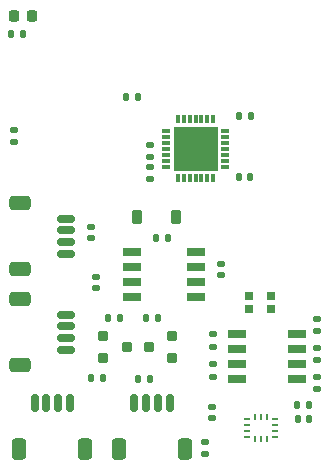
<source format=gbr>
%TF.GenerationSoftware,KiCad,Pcbnew,8.0.4*%
%TF.CreationDate,2025-04-14T17:42:23-04:00*%
%TF.ProjectId,Daisy_Board_Stepper,44616973-795f-4426-9f61-72645f537465,rev?*%
%TF.SameCoordinates,Original*%
%TF.FileFunction,Paste,Top*%
%TF.FilePolarity,Positive*%
%FSLAX46Y46*%
G04 Gerber Fmt 4.6, Leading zero omitted, Abs format (unit mm)*
G04 Created by KiCad (PCBNEW 8.0.4) date 2025-04-14 17:42:23*
%MOMM*%
%LPD*%
G01*
G04 APERTURE LIST*
G04 Aperture macros list*
%AMRoundRect*
0 Rectangle with rounded corners*
0 $1 Rounding radius*
0 $2 $3 $4 $5 $6 $7 $8 $9 X,Y pos of 4 corners*
0 Add a 4 corners polygon primitive as box body*
4,1,4,$2,$3,$4,$5,$6,$7,$8,$9,$2,$3,0*
0 Add four circle primitives for the rounded corners*
1,1,$1+$1,$2,$3*
1,1,$1+$1,$4,$5*
1,1,$1+$1,$6,$7*
1,1,$1+$1,$8,$9*
0 Add four rect primitives between the rounded corners*
20,1,$1+$1,$2,$3,$4,$5,0*
20,1,$1+$1,$4,$5,$6,$7,0*
20,1,$1+$1,$6,$7,$8,$9,0*
20,1,$1+$1,$8,$9,$2,$3,0*%
G04 Aperture macros list end*
%ADD10RoundRect,0.135000X-0.185000X0.135000X-0.185000X-0.135000X0.185000X-0.135000X0.185000X0.135000X0*%
%ADD11RoundRect,0.150000X-0.150000X-0.625000X0.150000X-0.625000X0.150000X0.625000X-0.150000X0.625000X0*%
%ADD12RoundRect,0.250000X-0.350000X-0.650000X0.350000X-0.650000X0.350000X0.650000X-0.350000X0.650000X0*%
%ADD13RoundRect,0.135000X0.135000X0.185000X-0.135000X0.185000X-0.135000X-0.185000X0.135000X-0.185000X0*%
%ADD14RoundRect,0.135000X0.185000X-0.135000X0.185000X0.135000X-0.185000X0.135000X-0.185000X-0.135000X0*%
%ADD15RoundRect,0.200000X-0.250000X-0.200000X0.250000X-0.200000X0.250000X0.200000X-0.250000X0.200000X0*%
%ADD16R,0.475000X0.250000*%
%ADD17R,0.250000X0.475000*%
%ADD18RoundRect,0.135000X-0.135000X-0.185000X0.135000X-0.185000X0.135000X0.185000X-0.135000X0.185000X0*%
%ADD19RoundRect,0.150000X-0.625000X0.150000X-0.625000X-0.150000X0.625000X-0.150000X0.625000X0.150000X0*%
%ADD20RoundRect,0.250000X-0.650000X0.350000X-0.650000X-0.350000X0.650000X-0.350000X0.650000X0.350000X0*%
%ADD21RoundRect,0.140000X-0.170000X0.140000X-0.170000X-0.140000X0.170000X-0.140000X0.170000X0.140000X0*%
%ADD22RoundRect,0.218750X-0.218750X-0.256250X0.218750X-0.256250X0.218750X0.256250X-0.218750X0.256250X0*%
%ADD23RoundRect,0.200000X0.250000X0.200000X-0.250000X0.200000X-0.250000X-0.200000X0.250000X-0.200000X0*%
%ADD24R,1.500000X0.650000*%
%ADD25RoundRect,0.140000X0.170000X-0.140000X0.170000X0.140000X-0.170000X0.140000X-0.170000X-0.140000X0*%
%ADD26RoundRect,0.140000X-0.140000X-0.170000X0.140000X-0.170000X0.140000X0.170000X-0.140000X0.170000X0*%
%ADD27RoundRect,0.140000X0.140000X0.170000X-0.140000X0.170000X-0.140000X-0.170000X0.140000X-0.170000X0*%
%ADD28R,0.800000X0.300000*%
%ADD29R,0.300000X0.800000*%
%ADD30R,3.800000X3.800000*%
%ADD31R,1.600000X0.760000*%
%ADD32R,0.700000X0.700000*%
%ADD33RoundRect,0.225000X0.225000X0.375000X-0.225000X0.375000X-0.225000X-0.375000X0.225000X-0.375000X0*%
G04 APERTURE END LIST*
D10*
%TO.C,R13*%
X103759000Y-88261000D03*
X103759000Y-89281000D03*
%TD*%
D11*
%TO.C,J5*%
X79850200Y-95388200D03*
X80850200Y-95388200D03*
X81850200Y-95388200D03*
X82850200Y-95388200D03*
D12*
X78550200Y-99263200D03*
X84150200Y-99263200D03*
%TD*%
D13*
%TO.C,R9*%
X85602000Y-93243400D03*
X84582000Y-93243400D03*
%TD*%
D14*
%TO.C,R11*%
X103759000Y-94161800D03*
X103759000Y-93141800D03*
%TD*%
D15*
%TO.C,Q2*%
X85630000Y-89682200D03*
X85630000Y-91582200D03*
X87630000Y-90632200D03*
%TD*%
D14*
%TO.C,R17*%
X78105000Y-73255600D03*
X78105000Y-72235600D03*
%TD*%
D16*
%TO.C,IC3*%
X97863600Y-96707400D03*
X97863600Y-97207400D03*
X97863600Y-97707400D03*
X97863600Y-98207400D03*
D17*
X98526600Y-98369400D03*
X99026600Y-98369400D03*
X99526600Y-98369400D03*
D16*
X100189600Y-98207400D03*
X100189600Y-97707400D03*
X100189600Y-97207400D03*
X100189600Y-96707400D03*
D17*
X99526600Y-96545400D03*
X99026600Y-96545400D03*
X98526600Y-96545400D03*
%TD*%
D18*
%TO.C,R14*%
X88569800Y-93319600D03*
X89589800Y-93319600D03*
%TD*%
D19*
%TO.C,J2*%
X82473800Y-79750000D03*
X82473800Y-80750000D03*
X82473800Y-81750000D03*
X82473800Y-82750000D03*
D20*
X78598800Y-78450000D03*
X78598800Y-84050000D03*
%TD*%
D13*
%TO.C,R16*%
X78867000Y-64135000D03*
X77847000Y-64135000D03*
%TD*%
D18*
%TO.C,R2*%
X90089801Y-81356200D03*
X91109799Y-81356200D03*
%TD*%
D21*
%TO.C,C3*%
X89585800Y-75412600D03*
X89585800Y-76372600D03*
%TD*%
D22*
%TO.C,D1*%
X78079600Y-62611000D03*
X79654600Y-62611000D03*
%TD*%
D14*
%TO.C,R1*%
X103759000Y-91696000D03*
X103759000Y-90676000D03*
%TD*%
D13*
%TO.C,R8*%
X87096600Y-88163400D03*
X86076600Y-88163400D03*
%TD*%
D23*
%TO.C,Q1*%
X91516200Y-91567000D03*
X91516200Y-89667000D03*
X89516200Y-90617000D03*
%TD*%
D24*
%TO.C,IC2*%
X93479600Y-86349800D03*
X93479600Y-85079800D03*
X93479600Y-83809800D03*
X93479600Y-82539800D03*
X88079600Y-82539800D03*
X88079600Y-83809800D03*
X88079600Y-85079800D03*
X88079600Y-86349800D03*
%TD*%
D25*
%TO.C,C7*%
X94843600Y-96644400D03*
X94843600Y-95684400D03*
%TD*%
D26*
%TO.C,C8*%
X102136000Y-96723200D03*
X103096000Y-96723200D03*
%TD*%
D14*
%TO.C,R3*%
X94259400Y-99671599D03*
X94259400Y-98651601D03*
%TD*%
%TO.C,R12*%
X94970600Y-93116400D03*
X94970600Y-92096400D03*
%TD*%
D26*
%TO.C,C2*%
X97160200Y-76225400D03*
X98120200Y-76225400D03*
%TD*%
D13*
%TO.C,R7*%
X90324400Y-88138000D03*
X89304400Y-88138000D03*
%TD*%
D21*
%TO.C,C4*%
X84607400Y-80419000D03*
X84607400Y-81379000D03*
%TD*%
D27*
%TO.C,C10*%
X98143000Y-71094600D03*
X97183000Y-71094600D03*
%TD*%
D21*
%TO.C,C6*%
X95605600Y-83583800D03*
X95605600Y-84543800D03*
%TD*%
D19*
%TO.C,J1*%
X82473800Y-87878000D03*
X82473800Y-88878000D03*
X82473800Y-89878000D03*
X82473800Y-90878000D03*
D20*
X78598800Y-86578000D03*
X78598800Y-92178000D03*
%TD*%
D13*
%TO.C,R15*%
X103100599Y-95529400D03*
X102080601Y-95529400D03*
%TD*%
D28*
%TO.C,IC4*%
X90970600Y-72348600D03*
X90970600Y-72848600D03*
X90970600Y-73348600D03*
X90970600Y-73848600D03*
X90970600Y-74348600D03*
X90970600Y-74848600D03*
X90970600Y-75348600D03*
D29*
X91970600Y-76348600D03*
X92470600Y-76348600D03*
X92970600Y-76348600D03*
X93470600Y-76348600D03*
X93970600Y-76348600D03*
X94470600Y-76348600D03*
X94970600Y-76348600D03*
D28*
X95970600Y-75348600D03*
X95970600Y-74848600D03*
X95970600Y-74348600D03*
X95970600Y-73848600D03*
X95970600Y-73348600D03*
X95970600Y-72848600D03*
X95970600Y-72348600D03*
D29*
X94970600Y-71348600D03*
X94470600Y-71348600D03*
X93970600Y-71348600D03*
X93470600Y-71348600D03*
X92970600Y-71348600D03*
X92470600Y-71348600D03*
X91970600Y-71348600D03*
D30*
X93470600Y-73848600D03*
%TD*%
D21*
%TO.C,C5*%
X85039200Y-84671000D03*
X85039200Y-85631000D03*
%TD*%
D11*
%TO.C,J6*%
X88269600Y-95388200D03*
X89269600Y-95388200D03*
X90269600Y-95388200D03*
X91269600Y-95388200D03*
D12*
X86969600Y-99263200D03*
X92569600Y-99263200D03*
%TD*%
D14*
%TO.C,R10*%
X94970600Y-90574400D03*
X94970600Y-89554400D03*
%TD*%
D31*
%TO.C,SW1*%
X97002600Y-89535000D03*
X97002600Y-90805000D03*
X97002600Y-92075000D03*
X97002600Y-93345000D03*
X102082600Y-93345000D03*
X102082600Y-92075000D03*
X102082600Y-90805000D03*
X102082600Y-89535000D03*
%TD*%
D32*
%TO.C,LED1*%
X97992000Y-86276000D03*
X97992000Y-87376000D03*
X99822000Y-87376000D03*
X99822000Y-86276000D03*
%TD*%
D26*
%TO.C,C9*%
X87609800Y-69469000D03*
X88569800Y-69469000D03*
%TD*%
D21*
%TO.C,C1*%
X89585800Y-73538200D03*
X89585800Y-74498200D03*
%TD*%
D33*
%TO.C,D2*%
X91794600Y-79629000D03*
X88494600Y-79629000D03*
%TD*%
M02*

</source>
